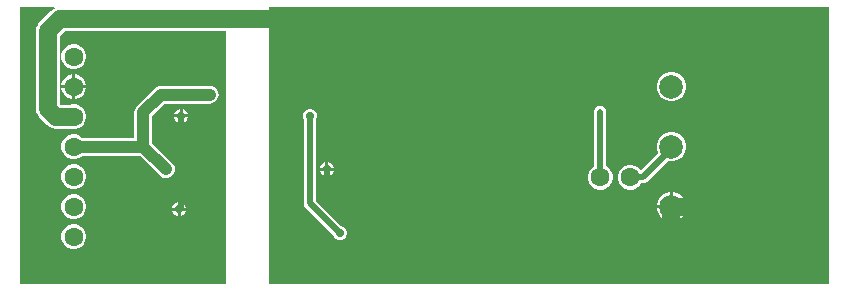
<source format=gbl>
G04*
G04 #@! TF.GenerationSoftware,Altium Limited,Altium Designer,21.2.1 (34)*
G04*
G04 Layer_Physical_Order=2*
G04 Layer_Color=255*
%FSTAX24Y24*%
%MOIN*%
G70*
G04*
G04 #@! TF.SameCoordinates,7DA4DDB6-0622-4AF5-A47C-4C96ED8C5F13*
G04*
G04*
G04 #@! TF.FilePolarity,Positive*
G04*
G01*
G75*
%ADD28C,0.0197*%
%ADD29C,0.0079*%
%ADD30C,0.0394*%
%ADD31C,0.0591*%
%ADD32C,0.0630*%
%ADD33C,0.0787*%
%ADD34C,0.0276*%
%ADD35C,0.0157*%
G36*
X027499Y029243D02*
X027465Y029229D01*
X027382Y029166D01*
X027382Y029166D01*
X026989Y028772D01*
X026925Y028689D01*
X026885Y028593D01*
X026872Y02849D01*
X026872Y02849D01*
Y025892D01*
X026872Y025892D01*
X026885Y025789D01*
X026925Y025692D01*
X026989Y02561D01*
X027248Y02535D01*
X027331Y025287D01*
X027427Y025247D01*
X02753Y025233D01*
X02753Y025233D01*
X028021D01*
X028082Y025217D01*
X028191D01*
X028297Y025245D01*
X028391Y0253D01*
X028469Y025377D01*
X028523Y025472D01*
X028552Y025577D01*
Y025687D01*
X028523Y025792D01*
X028469Y025887D01*
X028391Y025964D01*
X028297Y026019D01*
X028191Y026047D01*
X028082D01*
X028021Y026031D01*
X027695D01*
X027669Y026057D01*
Y028325D01*
X027829Y028485D01*
X033215D01*
Y020049D01*
X026349D01*
Y029293D01*
X027489D01*
X027499Y029243D01*
D02*
G37*
G36*
X05331Y020049D02*
X034633D01*
Y029293D01*
X05331D01*
Y020049D01*
D02*
G37*
%LPC*%
G36*
X028191Y028047D02*
X028082D01*
X027976Y028019D01*
X027882Y027964D01*
X027805Y027887D01*
X02775Y027792D01*
X027722Y027687D01*
Y027577D01*
X02775Y027472D01*
X027805Y027377D01*
X027882Y0273D01*
X027976Y027245D01*
X028082Y027217D01*
X028191D01*
X028297Y027245D01*
X028391Y0273D01*
X028469Y027377D01*
X028523Y027472D01*
X028552Y027577D01*
Y027687D01*
X028523Y027792D01*
X028469Y027887D01*
X028391Y027964D01*
X028297Y028019D01*
X028191Y028047D01*
D02*
G37*
G36*
Y027047D02*
X028187D01*
Y026682D01*
X028552D01*
Y026687D01*
X028523Y026792D01*
X028469Y026887D01*
X028391Y026964D01*
X028297Y027019D01*
X028191Y027047D01*
D02*
G37*
G36*
X028087D02*
X028082D01*
X027976Y027019D01*
X027882Y026964D01*
X027805Y026887D01*
X02775Y026792D01*
X027722Y026687D01*
Y026682D01*
X028087D01*
Y027047D01*
D02*
G37*
G36*
X028552Y026582D02*
X028187D01*
Y026217D01*
X028191D01*
X028297Y026245D01*
X028391Y0263D01*
X028469Y026377D01*
X028523Y026472D01*
X028552Y026577D01*
Y026582D01*
D02*
G37*
G36*
X028087D02*
X027722D01*
Y026577D01*
X02775Y026472D01*
X027805Y026377D01*
X027882Y0263D01*
X027976Y026245D01*
X028082Y026217D01*
X028087D01*
Y026582D01*
D02*
G37*
G36*
X031769Y025892D02*
Y025706D01*
X031956D01*
X031921Y02579D01*
X031854Y025857D01*
X031769Y025892D01*
D02*
G37*
G36*
X031669D02*
X031585Y025857D01*
X031518Y02579D01*
X031483Y025706D01*
X031669D01*
Y025892D01*
D02*
G37*
G36*
X031956Y025606D02*
X031769D01*
Y025419D01*
X031854Y025454D01*
X031921Y025521D01*
X031956Y025606D01*
D02*
G37*
G36*
X031669D02*
X031483D01*
X031518Y025521D01*
X031585Y025454D01*
X031669Y025419D01*
Y025606D01*
D02*
G37*
G36*
X032664Y026664D02*
X03105D01*
X030973Y026653D01*
X0309Y026623D01*
X030838Y026576D01*
X030244Y025981D01*
X030196Y025919D01*
X030166Y025847D01*
X030156Y02577D01*
Y024931D01*
X028424D01*
X028391Y024964D01*
X028297Y025019D01*
X028191Y025047D01*
X028082D01*
X027976Y025019D01*
X027882Y024964D01*
X027805Y024887D01*
X02775Y024792D01*
X027722Y024687D01*
Y024577D01*
X02775Y024472D01*
X027805Y024377D01*
X027882Y0243D01*
X027976Y024245D01*
X028082Y024217D01*
X028191D01*
X028297Y024245D01*
X028391Y0243D01*
X028424Y024332D01*
X030331D01*
X030994Y02367D01*
X031056Y023623D01*
X031128Y023593D01*
X031206Y023582D01*
X031283Y023593D01*
X031355Y023623D01*
X031417Y02367D01*
X031465Y023732D01*
X031495Y023804D01*
X031505Y023882D01*
X031495Y023959D01*
X031465Y024032D01*
X031417Y024094D01*
X030755Y024756D01*
Y025646D01*
X031174Y026065D01*
X032664D01*
X032742Y026075D01*
X032814Y026105D01*
X032876Y026152D01*
X032923Y026214D01*
X032953Y026287D01*
X032964Y026364D01*
X032953Y026442D01*
X032923Y026514D01*
X032876Y026576D01*
X032814Y026623D01*
X032742Y026653D01*
X032664Y026664D01*
D02*
G37*
G36*
X028191Y024047D02*
X028082D01*
X027976Y024019D01*
X027882Y023964D01*
X027805Y023887D01*
X02775Y023792D01*
X027722Y023687D01*
Y023577D01*
X02775Y023472D01*
X027805Y023377D01*
X027882Y0233D01*
X027976Y023245D01*
X028082Y023217D01*
X028191D01*
X028297Y023245D01*
X028391Y0233D01*
X028469Y023377D01*
X028523Y023472D01*
X028552Y023577D01*
Y023687D01*
X028523Y023792D01*
X028469Y023887D01*
X028391Y023964D01*
X028297Y024019D01*
X028191Y024047D01*
D02*
G37*
G36*
X031693Y02278D02*
Y022593D01*
X031879D01*
X031844Y022678D01*
X031777Y022745D01*
X031693Y02278D01*
D02*
G37*
G36*
X031593D02*
X031508Y022745D01*
X031441Y022678D01*
X031406Y022593D01*
X031593D01*
Y02278D01*
D02*
G37*
G36*
X031879Y022493D02*
X031693D01*
Y022307D01*
X031777Y022342D01*
X031844Y022409D01*
X031879Y022493D01*
D02*
G37*
G36*
X031593D02*
X031406D01*
X031441Y022409D01*
X031508Y022342D01*
X031593Y022307D01*
Y022493D01*
D02*
G37*
G36*
X028191Y023047D02*
X028082D01*
X027976Y023019D01*
X027882Y022964D01*
X027805Y022887D01*
X02775Y022792D01*
X027722Y022687D01*
Y022577D01*
X02775Y022472D01*
X027805Y022377D01*
X027882Y0223D01*
X027976Y022245D01*
X028082Y022217D01*
X028191D01*
X028297Y022245D01*
X028391Y0223D01*
X028469Y022377D01*
X028523Y022472D01*
X028552Y022577D01*
Y022687D01*
X028523Y022792D01*
X028469Y022887D01*
X028391Y022964D01*
X028297Y023019D01*
X028191Y023047D01*
D02*
G37*
G36*
Y022047D02*
X028082D01*
X027976Y022019D01*
X027882Y021964D01*
X027805Y021887D01*
X02775Y021792D01*
X027722Y021687D01*
Y021577D01*
X02775Y021472D01*
X027805Y021377D01*
X027882Y0213D01*
X027976Y021245D01*
X028082Y021217D01*
X028191D01*
X028297Y021245D01*
X028391Y0213D01*
X028469Y021377D01*
X028523Y021472D01*
X028552Y021577D01*
Y021687D01*
X028523Y021792D01*
X028469Y021887D01*
X028391Y021964D01*
X028297Y022019D01*
X028191Y022047D01*
D02*
G37*
G36*
X048123Y027126D02*
X047993D01*
X047867Y027092D01*
X047755Y027027D01*
X047663Y026935D01*
X047598Y026822D01*
X047564Y026697D01*
Y026567D01*
X047598Y026441D01*
X047663Y026329D01*
X047755Y026237D01*
X047867Y026172D01*
X047993Y026138D01*
X048123D01*
X048248Y026172D01*
X048361Y026237D01*
X048453Y026329D01*
X048518Y026441D01*
X048552Y026567D01*
Y026697D01*
X048518Y026822D01*
X048453Y026935D01*
X048361Y027027D01*
X048248Y027092D01*
X048123Y027126D01*
D02*
G37*
G36*
Y025126D02*
X047993D01*
X047867Y025092D01*
X047755Y025027D01*
X047663Y024935D01*
X047598Y024822D01*
X047564Y024697D01*
Y024567D01*
X047598Y024441D01*
X047621Y024402D01*
X047067Y023848D01*
X047022Y023854D01*
X047011Y023864D01*
X046935Y02394D01*
X04684Y023995D01*
X046735Y024023D01*
X046625D01*
X04652Y023995D01*
X046425Y02394D01*
X046348Y023863D01*
X046293Y023768D01*
X046265Y023663D01*
Y023554D01*
X046293Y023448D01*
X046348Y023353D01*
X046425Y023276D01*
X04652Y023222D01*
X046625Y023193D01*
X046735D01*
X04684Y023222D01*
X046935Y023276D01*
X047012Y023353D01*
X047042Y023406D01*
X047113D01*
X04719Y023421D01*
X047256Y023465D01*
X047943Y024152D01*
X047993Y024138D01*
X048123D01*
X048248Y024172D01*
X048361Y024237D01*
X048453Y024329D01*
X048518Y024441D01*
X048552Y024567D01*
Y024697D01*
X048518Y024822D01*
X048453Y024935D01*
X048361Y025027D01*
X048248Y025092D01*
X048123Y025126D01*
D02*
G37*
G36*
X036614Y024119D02*
Y023932D01*
X0368D01*
X036765Y024017D01*
X036698Y024083D01*
X036614Y024119D01*
D02*
G37*
G36*
X036514D02*
X036429Y024083D01*
X036362Y024017D01*
X036327Y023932D01*
X036514D01*
Y024119D01*
D02*
G37*
G36*
X0368Y023832D02*
X036614D01*
Y023645D01*
X036698Y02368D01*
X036765Y023747D01*
X0368Y023832D01*
D02*
G37*
G36*
X036514D02*
X036327D01*
X036362Y023747D01*
X036429Y02368D01*
X036514Y023645D01*
Y023832D01*
D02*
G37*
G36*
X04568Y026D02*
X045602Y025984D01*
X045537Y02594D01*
X045493Y025875D01*
X045478Y025797D01*
Y023971D01*
X045425Y02394D01*
X045348Y023863D01*
X045293Y023768D01*
X045265Y023663D01*
Y023554D01*
X045293Y023448D01*
X045348Y023353D01*
X045425Y023276D01*
X04552Y023222D01*
X045625Y023193D01*
X045735D01*
X04584Y023222D01*
X045935Y023276D01*
X046012Y023353D01*
X046067Y023448D01*
X046095Y023554D01*
Y023663D01*
X046067Y023768D01*
X046012Y023863D01*
X045935Y02394D01*
X045882Y023971D01*
Y025797D01*
X045867Y025875D01*
X045823Y02594D01*
X045757Y025984D01*
X04568Y026D01*
D02*
G37*
G36*
X048123Y023126D02*
X048108D01*
Y022682D01*
X048552D01*
Y022697D01*
X048518Y022822D01*
X048453Y022935D01*
X048361Y023027D01*
X048248Y023092D01*
X048123Y023126D01*
D02*
G37*
G36*
X048008D02*
X047993D01*
X047867Y023092D01*
X047755Y023027D01*
X047663Y022935D01*
X047598Y022822D01*
X047564Y022697D01*
Y022682D01*
X048008D01*
Y023126D01*
D02*
G37*
G36*
X048552Y022582D02*
X048108D01*
Y022138D01*
X048123D01*
X048248Y022172D01*
X048361Y022237D01*
X048453Y022329D01*
X048518Y022441D01*
X048552Y022567D01*
Y022582D01*
D02*
G37*
G36*
X048008D02*
X047564D01*
Y022567D01*
X047598Y022441D01*
X047663Y022329D01*
X047755Y022237D01*
X047867Y022172D01*
X047993Y022138D01*
X048008D01*
Y022582D01*
D02*
G37*
G36*
X036058Y025893D02*
X035963D01*
X035876Y025857D01*
X035809Y02579D01*
X035773Y025703D01*
Y025608D01*
X035808Y025523D01*
Y022742D01*
X035824Y022665D01*
X035868Y022599D01*
X036768Y021699D01*
X036803Y021613D01*
X03687Y021546D01*
X036957Y02151D01*
X037052D01*
X037139Y021546D01*
X037206Y021613D01*
X037243Y021701D01*
Y021795D01*
X037206Y021883D01*
X037139Y02195D01*
X037054Y021985D01*
X036213Y022826D01*
Y025523D01*
X036248Y025608D01*
Y025703D01*
X036212Y02579D01*
X036145Y025857D01*
X036058Y025893D01*
D02*
G37*
G36*
X035488Y021425D02*
Y021238D01*
X035675D01*
X03564Y021323D01*
X035573Y02139D01*
X035488Y021425D01*
D02*
G37*
G36*
X035388D02*
X035304Y02139D01*
X035237Y021323D01*
X035202Y021238D01*
X035388D01*
Y021425D01*
D02*
G37*
G36*
X035675Y021138D02*
X035488D01*
Y020952D01*
X035573Y020987D01*
X03564Y021054D01*
X035675Y021138D01*
D02*
G37*
G36*
X035388D02*
X035202D01*
X035237Y021054D01*
X035304Y020987D01*
X035388Y020952D01*
Y021138D01*
D02*
G37*
G36*
X043187Y020695D02*
Y020509D01*
X043373D01*
X043338Y020593D01*
X043271Y02066D01*
X043187Y020695D01*
D02*
G37*
G36*
X043087D02*
X043002Y02066D01*
X042935Y020593D01*
X0429Y020509D01*
X043087D01*
Y020695D01*
D02*
G37*
G36*
X040824Y020656D02*
Y020469D01*
X041011D01*
X040976Y020554D01*
X040909Y020621D01*
X040824Y020656D01*
D02*
G37*
G36*
X040724D02*
X04064Y020621D01*
X040573Y020554D01*
X040538Y020469D01*
X040724D01*
Y020656D01*
D02*
G37*
G36*
X043373Y020409D02*
X043187D01*
Y020222D01*
X043271Y020257D01*
X043338Y020324D01*
X043373Y020409D01*
D02*
G37*
G36*
X043087D02*
X0429D01*
X042935Y020324D01*
X043002Y020257D01*
X043087Y020222D01*
Y020409D01*
D02*
G37*
G36*
X041011Y020369D02*
X040824D01*
Y020183D01*
X040909Y020218D01*
X040976Y020285D01*
X041011Y020369D01*
D02*
G37*
G36*
X040724D02*
X040538D01*
X040573Y020285D01*
X04064Y020218D01*
X040724Y020183D01*
Y020369D01*
D02*
G37*
%LPD*%
D28*
X037585Y020459D02*
Y022033D01*
X036564Y023055D02*
X037585Y022033D01*
X036564Y023055D02*
Y023882D01*
X036011Y022742D02*
X037005Y021748D01*
X036011Y022742D02*
Y025656D01*
X031643Y022543D02*
X031719Y02262D01*
Y025656D01*
X04568Y025797D02*
X04568Y025797D01*
X04568Y023608D02*
Y025797D01*
X04668Y023608D02*
X047113D01*
X048058Y024553D01*
Y024632D01*
D29*
X04568Y023608D02*
X04568Y023608D01*
D30*
X03105Y026364D02*
X032664D01*
X030456Y02577D02*
X03105Y026364D01*
X030456Y024632D02*
Y02577D01*
Y024632D02*
X031206Y023882D01*
X028137Y024632D02*
X030456D01*
D31*
X037585Y020459D02*
X047507D01*
X036168D02*
X037585D01*
X035438Y021188D02*
X036168Y020459D01*
X047507D02*
X048058Y02101D01*
Y022632D01*
X049089D01*
X049436Y022978D01*
Y028333D01*
X048885Y028884D02*
X049436Y028333D01*
X027664Y028884D02*
X048885D01*
X02727Y02849D02*
X027664Y028884D01*
X02727Y025892D02*
Y02849D01*
Y025892D02*
X02753Y025632D01*
X028137D01*
D32*
X04668Y023608D02*
D03*
X04568D02*
D03*
X028137Y021632D02*
D03*
Y026632D02*
D03*
Y024632D02*
D03*
Y023632D02*
D03*
Y022632D02*
D03*
Y025632D02*
D03*
Y027632D02*
D03*
D33*
X048058Y026632D02*
D03*
Y024632D02*
D03*
Y022632D02*
D03*
D34*
X036011Y025656D02*
D03*
X037005Y021748D02*
D03*
X036564Y023882D02*
D03*
X031719Y025656D02*
D03*
X032664Y026364D02*
D03*
X031206Y023882D02*
D03*
X043137Y020459D02*
D03*
X040774Y020419D02*
D03*
X035438Y021188D02*
D03*
X031643Y022543D02*
D03*
D35*
X04568Y025797D02*
D03*
M02*

</source>
